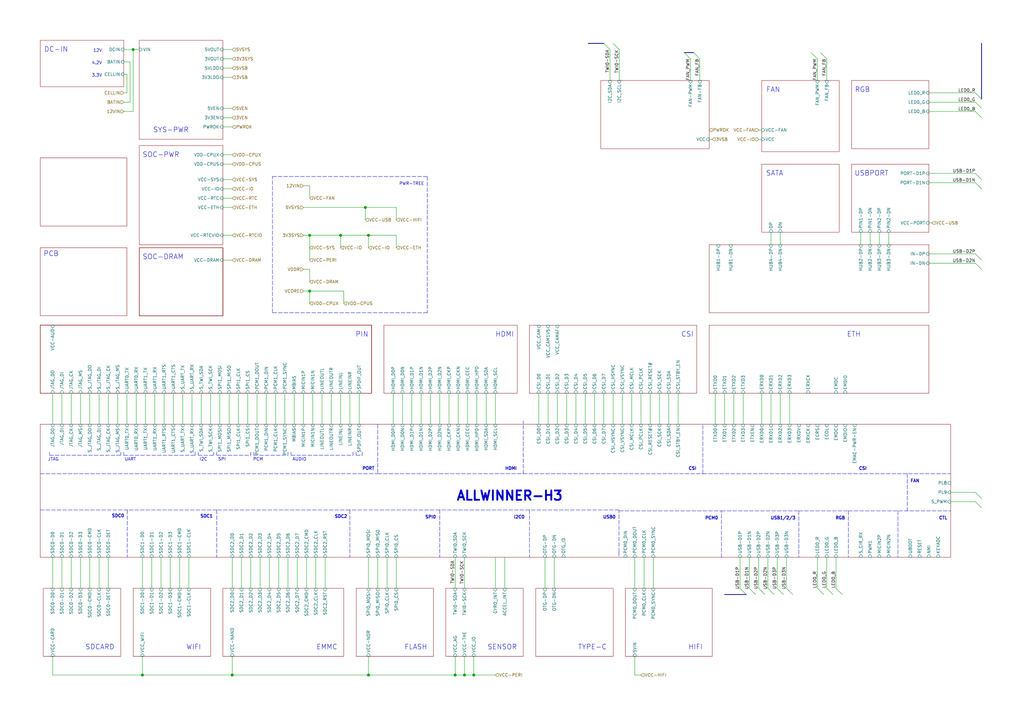
<source format=kicad_sch>
(kicad_sch (version 20210406) (generator eeschema)
  (paper "A3")
  (lib_symbols)
  (junction (at 54.61 20.32) (diameter 1.016))
  (junction (at 58.42 276.86) (diameter 1.016))
  (junction (at 95.25 276.86) (diameter 1.016))
  (junction (at 127 96.52) (diameter 1.016))
  (junction (at 127 119.38) (diameter 1.016))
  (junction (at 139.7 96.52) (diameter 1.016))
  (junction (at 149.86 85.09) (diameter 1.016))
  (junction (at 151.13 96.52) (diameter 1.016))
  (junction (at 151.13 276.86) (diameter 1.016))
  (junction (at 186.69 276.86) (diameter 1.016))
  (junction (at 190.5 276.86) (diameter 1.016))
  (junction (at 194.31 276.86) (diameter 1.016))
  (bus_entry (at 247.65 17.78) (size 2.54 2.54) (stroke (width 0.1524)))
  (bus_entry (at 251.46 17.78) (size 2.54 2.54) (stroke (width 0.1524)))
  (bus_entry (at 280.67 21.59) (size 2.54 2.54) (stroke (width 0.1524)))
  (bus_entry (at 284.48 21.59) (size 2.54 2.54) (stroke (width 0.1524)))
  (bus_entry (at 303.53 241.3) (size 2.54 2.54) (stroke (width 0.1524)))
  (bus_entry (at 307.34 241.3) (size 2.54 2.54) (stroke (width 0.1524)))
  (bus_entry (at 311.15 241.3) (size 2.54 2.54) (stroke (width 0.1524)))
  (bus_entry (at 314.96 241.3) (size 2.54 2.54) (stroke (width 0.1524)))
  (bus_entry (at 318.77 241.3) (size 2.54 2.54) (stroke (width 0.1524)))
  (bus_entry (at 322.58 241.3) (size 2.54 2.54) (stroke (width 0.1524)))
  (bus_entry (at 332.74 21.59) (size 2.54 2.54) (stroke (width 0.1524)))
  (bus_entry (at 335.28 241.3) (size 2.54 2.54) (stroke (width 0.1524)))
  (bus_entry (at 336.55 21.59) (size 2.54 2.54) (stroke (width 0.1524)))
  (bus_entry (at 339.09 241.3) (size 2.54 2.54) (stroke (width 0.1524)))
  (bus_entry (at 342.9 241.3) (size 2.54 2.54) (stroke (width 0.1524)))
  (bus_entry (at 400.05 38.1) (size 2.54 2.54) (stroke (width 0.1524)))
  (bus_entry (at 400.05 41.91) (size 2.54 2.54) (stroke (width 0.1524)))
  (bus_entry (at 400.05 45.72) (size 2.54 2.54) (stroke (width 0.1524)))
  (bus_entry (at 400.05 71.12) (size 2.54 2.54) (stroke (width 0.1524)))
  (bus_entry (at 400.05 74.93) (size 2.54 2.54) (stroke (width 0.1524)))
  (bus_entry (at 400.05 104.14) (size 2.54 2.54) (stroke (width 0.1524)))
  (bus_entry (at 400.05 107.95) (size 2.54 2.54) (stroke (width 0.1524)))
  (bus_entry (at 400.05 201.93) (size 2.54 2.54) (stroke (width 0.1524)))
  (bus_entry (at 400.05 205.74) (size 2.54 2.54) (stroke (width 0.1524)))
  (wire (pts (xy 21.59 161.29) (xy 21.59 173.99)))
  (wire (pts (xy 21.59 228.6) (xy 21.59 241.3)))
  (wire (pts (xy 21.59 276.86) (xy 21.59 269.24)))
  (wire (pts (xy 25.4 161.29) (xy 25.4 173.99)))
  (wire (pts (xy 25.4 228.6) (xy 25.4 241.3)))
  (wire (pts (xy 29.21 161.29) (xy 29.21 173.99)))
  (wire (pts (xy 29.21 228.6) (xy 29.21 241.3)))
  (wire (pts (xy 33.02 161.29) (xy 33.02 173.99)))
  (wire (pts (xy 33.02 228.6) (xy 33.02 241.3)))
  (wire (pts (xy 36.83 161.29) (xy 36.83 173.99)))
  (wire (pts (xy 36.83 228.6) (xy 36.83 241.3)))
  (wire (pts (xy 40.64 161.29) (xy 40.64 173.99)))
  (wire (pts (xy 40.64 228.6) (xy 40.64 241.3)))
  (wire (pts (xy 44.45 161.29) (xy 44.45 173.99)))
  (wire (pts (xy 44.45 228.6) (xy 44.45 241.3)))
  (wire (pts (xy 48.26 161.29) (xy 48.26 173.99)))
  (wire (pts (xy 50.8 20.32) (xy 54.61 20.32)))
  (wire (pts (xy 50.8 25.4) (xy 53.34 25.4)))
  (wire (pts (xy 50.8 30.48) (xy 52.07 30.48)))
  (wire (pts (xy 52.07 30.48) (xy 52.07 38.1)))
  (wire (pts (xy 52.07 38.1) (xy 50.8 38.1)))
  (wire (pts (xy 52.07 161.29) (xy 52.07 173.99)))
  (wire (pts (xy 53.34 25.4) (xy 53.34 41.91)))
  (wire (pts (xy 53.34 41.91) (xy 50.8 41.91)))
  (wire (pts (xy 54.61 20.32) (xy 54.61 45.72)))
  (wire (pts (xy 54.61 20.32) (xy 57.15 20.32)))
  (wire (pts (xy 54.61 45.72) (xy 50.8 45.72)))
  (wire (pts (xy 55.88 161.29) (xy 55.88 173.99)))
  (wire (pts (xy 58.42 228.6) (xy 58.42 241.3)))
  (wire (pts (xy 58.42 276.86) (xy 21.59 276.86)))
  (wire (pts (xy 58.42 276.86) (xy 58.42 269.24)))
  (wire (pts (xy 59.69 161.29) (xy 59.69 173.99)))
  (wire (pts (xy 62.23 228.6) (xy 62.23 241.3)))
  (wire (pts (xy 63.5 161.29) (xy 63.5 173.99)))
  (wire (pts (xy 66.04 228.6) (xy 66.04 241.3)))
  (wire (pts (xy 67.31 161.29) (xy 67.31 173.99)))
  (wire (pts (xy 69.85 228.6) (xy 69.85 241.3)))
  (wire (pts (xy 71.12 161.29) (xy 71.12 173.99)))
  (wire (pts (xy 73.66 228.6) (xy 73.66 241.3)))
  (wire (pts (xy 74.93 161.29) (xy 74.93 173.99)))
  (wire (pts (xy 77.47 228.6) (xy 77.47 241.3)))
  (wire (pts (xy 78.74 161.29) (xy 78.74 173.99)))
  (wire (pts (xy 82.55 161.29) (xy 82.55 173.99)))
  (wire (pts (xy 86.36 161.29) (xy 86.36 173.99)))
  (wire (pts (xy 90.17 161.29) (xy 90.17 173.99)))
  (wire (pts (xy 91.44 20.32) (xy 95.25 20.32)))
  (wire (pts (xy 91.44 24.13) (xy 95.25 24.13)))
  (wire (pts (xy 91.44 27.94) (xy 95.25 27.94)))
  (wire (pts (xy 91.44 31.75) (xy 95.25 31.75)))
  (wire (pts (xy 91.44 44.45) (xy 95.25 44.45)))
  (wire (pts (xy 91.44 48.26) (xy 95.25 48.26)))
  (wire (pts (xy 91.44 52.07) (xy 95.25 52.07)))
  (wire (pts (xy 91.44 63.5) (xy 95.25 63.5)))
  (wire (pts (xy 91.44 67.31) (xy 95.25 67.31)))
  (wire (pts (xy 91.44 73.66) (xy 95.25 73.66)))
  (wire (pts (xy 91.44 77.47) (xy 95.25 77.47)))
  (wire (pts (xy 91.44 81.28) (xy 95.25 81.28)))
  (wire (pts (xy 91.44 85.09) (xy 95.25 85.09)))
  (wire (pts (xy 91.44 106.68) (xy 95.25 106.68)))
  (wire (pts (xy 93.98 161.29) (xy 93.98 173.99)))
  (wire (pts (xy 95.25 96.52) (xy 91.44 96.52)))
  (wire (pts (xy 95.25 228.6) (xy 95.25 241.3)))
  (wire (pts (xy 95.25 276.86) (xy 58.42 276.86)))
  (wire (pts (xy 95.25 276.86) (xy 95.25 269.24)))
  (wire (pts (xy 97.79 161.29) (xy 97.79 173.99)))
  (wire (pts (xy 99.06 228.6) (xy 99.06 241.3)))
  (wire (pts (xy 101.6 161.29) (xy 101.6 173.99)))
  (wire (pts (xy 102.87 228.6) (xy 102.87 241.3)))
  (wire (pts (xy 105.41 161.29) (xy 105.41 173.99)))
  (wire (pts (xy 106.68 228.6) (xy 106.68 241.3)))
  (wire (pts (xy 109.22 161.29) (xy 109.22 173.99)))
  (wire (pts (xy 110.49 228.6) (xy 110.49 241.3)))
  (wire (pts (xy 113.03 161.29) (xy 113.03 173.99)))
  (wire (pts (xy 114.3 228.6) (xy 114.3 241.3)))
  (wire (pts (xy 116.84 161.29) (xy 116.84 173.99)))
  (wire (pts (xy 118.11 228.6) (xy 118.11 241.3)))
  (wire (pts (xy 120.65 161.29) (xy 120.65 173.99)))
  (wire (pts (xy 121.92 228.6) (xy 121.92 241.3)))
  (wire (pts (xy 124.46 76.2) (xy 127 76.2)))
  (wire (pts (xy 124.46 85.09) (xy 149.86 85.09)))
  (wire (pts (xy 124.46 96.52) (xy 127 96.52)))
  (wire (pts (xy 124.46 110.49) (xy 127 110.49)))
  (wire (pts (xy 124.46 119.38) (xy 127 119.38)))
  (wire (pts (xy 124.46 161.29) (xy 124.46 173.99)))
  (wire (pts (xy 125.73 228.6) (xy 125.73 241.3)))
  (wire (pts (xy 127 76.2) (xy 127 81.28)))
  (wire (pts (xy 127 96.52) (xy 127 106.68)))
  (wire (pts (xy 127 96.52) (xy 139.7 96.52)))
  (wire (pts (xy 127 110.49) (xy 127 115.57)))
  (wire (pts (xy 127 119.38) (xy 127 124.46)))
  (wire (pts (xy 127 119.38) (xy 140.97 119.38)))
  (wire (pts (xy 128.27 161.29) (xy 128.27 173.99)))
  (wire (pts (xy 129.54 228.6) (xy 129.54 241.3)))
  (wire (pts (xy 132.08 161.29) (xy 132.08 173.99)))
  (wire (pts (xy 133.35 228.6) (xy 133.35 241.3)))
  (wire (pts (xy 135.89 161.29) (xy 135.89 173.99)))
  (wire (pts (xy 139.7 96.52) (xy 139.7 101.6)))
  (wire (pts (xy 139.7 96.52) (xy 151.13 96.52)))
  (wire (pts (xy 139.7 161.29) (xy 139.7 173.99)))
  (wire (pts (xy 140.97 119.38) (xy 140.97 124.46)))
  (wire (pts (xy 143.51 161.29) (xy 143.51 173.99)))
  (wire (pts (xy 147.32 161.29) (xy 147.32 173.99)))
  (wire (pts (xy 149.86 85.09) (xy 149.86 90.17)))
  (wire (pts (xy 149.86 85.09) (xy 162.56 85.09)))
  (wire (pts (xy 151.13 96.52) (xy 151.13 101.6)))
  (wire (pts (xy 151.13 96.52) (xy 162.56 96.52)))
  (wire (pts (xy 151.13 228.6) (xy 151.13 241.3)))
  (wire (pts (xy 151.13 276.86) (xy 95.25 276.86)))
  (wire (pts (xy 151.13 276.86) (xy 151.13 269.24)))
  (wire (pts (xy 154.94 228.6) (xy 154.94 241.3)))
  (wire (pts (xy 158.75 228.6) (xy 158.75 241.3)))
  (wire (pts (xy 161.29 161.29) (xy 161.29 173.99)))
  (wire (pts (xy 162.56 85.09) (xy 162.56 90.17)))
  (wire (pts (xy 162.56 96.52) (xy 162.56 101.6)))
  (wire (pts (xy 162.56 228.6) (xy 162.56 241.3)))
  (wire (pts (xy 165.1 161.29) (xy 165.1 173.99)))
  (wire (pts (xy 168.91 161.29) (xy 168.91 173.99)))
  (wire (pts (xy 172.72 161.29) (xy 172.72 173.99)))
  (wire (pts (xy 176.53 161.29) (xy 176.53 173.99)))
  (wire (pts (xy 180.34 161.29) (xy 180.34 173.99)))
  (wire (pts (xy 184.15 161.29) (xy 184.15 173.99)))
  (wire (pts (xy 186.69 228.6) (xy 186.69 241.3)))
  (wire (pts (xy 186.69 276.86) (xy 151.13 276.86)))
  (wire (pts (xy 186.69 276.86) (xy 186.69 269.24)))
  (wire (pts (xy 187.96 161.29) (xy 187.96 173.99)))
  (wire (pts (xy 190.5 228.6) (xy 190.5 241.3)))
  (wire (pts (xy 190.5 276.86) (xy 186.69 276.86)))
  (wire (pts (xy 190.5 276.86) (xy 190.5 269.24)))
  (wire (pts (xy 191.77 161.29) (xy 191.77 173.99)))
  (wire (pts (xy 194.31 276.86) (xy 190.5 276.86)))
  (wire (pts (xy 194.31 276.86) (xy 194.31 269.24)))
  (wire (pts (xy 195.58 161.29) (xy 195.58 173.99)))
  (wire (pts (xy 199.39 161.29) (xy 199.39 173.99)))
  (wire (pts (xy 203.2 161.29) (xy 203.2 173.99)))
  (wire (pts (xy 203.2 228.6) (xy 203.2 241.3)))
  (wire (pts (xy 203.2 276.86) (xy 194.31 276.86)))
  (wire (pts (xy 207.01 228.6) (xy 207.01 241.3)))
  (wire (pts (xy 220.98 161.29) (xy 220.98 173.99)))
  (wire (pts (xy 223.52 228.6) (xy 223.52 241.3)))
  (wire (pts (xy 224.79 161.29) (xy 224.79 173.99)))
  (wire (pts (xy 227.33 228.6) (xy 227.33 241.3)))
  (wire (pts (xy 228.6 161.29) (xy 228.6 173.99)))
  (wire (pts (xy 232.41 161.29) (xy 232.41 173.99)))
  (wire (pts (xy 236.22 161.29) (xy 236.22 173.99)))
  (wire (pts (xy 240.03 161.29) (xy 240.03 173.99)))
  (wire (pts (xy 243.84 161.29) (xy 243.84 173.99)))
  (wire (pts (xy 247.65 161.29) (xy 247.65 173.99)))
  (wire (pts (xy 250.19 20.32) (xy 250.19 33.02)))
  (wire (pts (xy 251.46 161.29) (xy 251.46 173.99)))
  (wire (pts (xy 254 20.32) (xy 254 33.02)))
  (wire (pts (xy 255.27 161.29) (xy 255.27 173.99)))
  (wire (pts (xy 259.08 161.29) (xy 259.08 173.99)))
  (wire (pts (xy 260.35 228.6) (xy 260.35 241.3)))
  (wire (pts (xy 260.35 269.24) (xy 260.35 276.86)))
  (wire (pts (xy 260.35 276.86) (xy 262.89 276.86)))
  (wire (pts (xy 262.89 161.29) (xy 262.89 173.99)))
  (wire (pts (xy 264.16 228.6) (xy 264.16 241.3)))
  (wire (pts (xy 266.7 161.29) (xy 266.7 173.99)))
  (wire (pts (xy 267.97 228.6) (xy 267.97 241.3)))
  (wire (pts (xy 270.51 161.29) (xy 270.51 173.99)))
  (wire (pts (xy 274.32 161.29) (xy 274.32 173.99)))
  (wire (pts (xy 278.13 161.29) (xy 278.13 173.99)))
  (wire (pts (xy 283.21 24.13) (xy 283.21 33.02)))
  (wire (pts (xy 287.02 24.13) (xy 287.02 33.02)))
  (wire (pts (xy 290.83 57.15) (xy 292.1 57.15)))
  (wire (pts (xy 293.37 161.29) (xy 293.37 173.99)))
  (wire (pts (xy 297.18 161.29) (xy 297.18 173.99)))
  (wire (pts (xy 300.99 161.29) (xy 300.99 173.99)))
  (wire (pts (xy 303.53 228.6) (xy 303.53 241.3)))
  (wire (pts (xy 304.8 161.29) (xy 304.8 173.99)))
  (wire (pts (xy 307.34 228.6) (xy 307.34 241.3)))
  (wire (pts (xy 311.15 53.34) (xy 312.42 53.34)))
  (wire (pts (xy 311.15 57.15) (xy 312.42 57.15)))
  (wire (pts (xy 311.15 228.6) (xy 311.15 241.3)))
  (wire (pts (xy 312.42 161.29) (xy 312.42 173.99)))
  (wire (pts (xy 314.96 228.6) (xy 314.96 241.3)))
  (wire (pts (xy 316.23 95.25) (xy 316.23 100.33)))
  (wire (pts (xy 316.23 161.29) (xy 316.23 173.99)))
  (wire (pts (xy 318.77 228.6) (xy 318.77 241.3)))
  (wire (pts (xy 320.04 95.25) (xy 320.04 100.33)))
  (wire (pts (xy 320.04 161.29) (xy 320.04 173.99)))
  (wire (pts (xy 322.58 228.6) (xy 322.58 241.3)))
  (wire (pts (xy 323.85 161.29) (xy 323.85 173.99)))
  (wire (pts (xy 335.28 24.13) (xy 335.28 33.02)))
  (wire (pts (xy 335.28 228.6) (xy 335.28 241.3)))
  (wire (pts (xy 339.09 24.13) (xy 339.09 33.02)))
  (wire (pts (xy 339.09 228.6) (xy 339.09 241.3)))
  (wire (pts (xy 342.9 228.6) (xy 342.9 241.3)))
  (wire (pts (xy 353.06 95.25) (xy 353.06 100.33)))
  (wire (pts (xy 356.87 95.25) (xy 356.87 100.33)))
  (wire (pts (xy 360.68 95.25) (xy 360.68 100.33)))
  (wire (pts (xy 364.49 95.25) (xy 364.49 100.33)))
  (wire (pts (xy 381 38.1) (xy 400.05 38.1)))
  (wire (pts (xy 381 41.91) (xy 400.05 41.91)))
  (wire (pts (xy 381 45.72) (xy 400.05 45.72)))
  (wire (pts (xy 381 71.12) (xy 400.05 71.12)))
  (wire (pts (xy 381 74.93) (xy 400.05 74.93)))
  (wire (pts (xy 381 91.44) (xy 382.27 91.44)))
  (wire (pts (xy 381 104.14) (xy 400.05 104.14)))
  (wire (pts (xy 381 107.95) (xy 400.05 107.95)))
  (wire (pts (xy 389.89 201.93) (xy 400.05 201.93)))
  (wire (pts (xy 389.89 205.74) (xy 400.05 205.74)))
  (bus (pts (xy 241.3 17.78) (xy 402.59 17.78)))
  (bus (pts (xy 280.67 21.59) (xy 336.55 21.59)))
  (bus (pts (xy 297.18 243.84) (xy 402.59 243.84)))
  (bus (pts (xy 402.59 17.78) (xy 402.59 243.84)))
  (polyline (pts (xy 16.51 194.31) (xy 154.94 194.31)) (stroke (width 0) (type dash)))
  (polyline (pts (xy 16.51 209.169) (xy 52.197 209.169)) (stroke (width 0) (type dash)))
  (polyline (pts (xy 20.32 185.42) (xy 20.32 186.69)) (stroke (width 0) (type dash)))
  (polyline (pts (xy 20.32 186.69) (xy 49.53 186.69)) (stroke (width 0) (type dash)))
  (polyline (pts (xy 49.53 185.42) (xy 49.53 186.69)) (stroke (width 0) (type dash)))
  (polyline (pts (xy 50.8 185.42) (xy 50.8 186.69)) (stroke (width 0) (type dash)))
  (polyline (pts (xy 50.8 186.69) (xy 80.01 186.69)) (stroke (width 0) (type dash)))
  (polyline (pts (xy 52.197 209.169) (xy 52.197 228.473)) (stroke (width 0) (type dash)))
  (polyline (pts (xy 80.01 185.42) (xy 80.01 186.69)) (stroke (width 0) (type dash)))
  (polyline (pts (xy 81.28 185.42) (xy 81.28 186.69)) (stroke (width 0) (type dash)))
  (polyline (pts (xy 81.28 186.69) (xy 87.63 186.69)) (stroke (width 0) (type dash)))
  (polyline (pts (xy 87.63 186.69) (xy 87.63 185.42)) (stroke (width 0) (type dash)))
  (polyline (pts (xy 88.9 185.42) (xy 88.9 186.69)) (stroke (width 0) (type dash)))
  (polyline (pts (xy 88.9 186.69) (xy 102.87 186.69)) (stroke (width 0) (type dash)))
  (polyline (pts (xy 88.9 209.169) (xy 52.197 209.169)) (stroke (width 0) (type dash)))
  (polyline (pts (xy 88.9 209.169) (xy 88.9 228.6)) (stroke (width 0) (type dash)))
  (polyline (pts (xy 102.87 185.42) (xy 102.87 186.69)) (stroke (width 0) (type dash)))
  (polyline (pts (xy 104.14 185.42) (xy 104.14 186.69)) (stroke (width 0) (type dash)))
  (polyline (pts (xy 104.14 186.69) (xy 118.11 186.69)) (stroke (width 0) (type dash)))
  (polyline (pts (xy 111.76 72.39) (xy 175.26 72.39)) (stroke (width 0) (type dash)))
  (polyline (pts (xy 111.76 128.27) (xy 111.76 72.39)) (stroke (width 0) (type dash)))
  (polyline (pts (xy 118.11 185.42) (xy 118.11 186.69)) (stroke (width 0) (type dash)))
  (polyline (pts (xy 119.38 185.42) (xy 119.38 186.69)) (stroke (width 0) (type dash)))
  (polyline (pts (xy 119.38 186.69) (xy 144.78 186.69)) (stroke (width 0) (type dash)))
  (polyline (pts (xy 143.51 209.169) (xy 88.9 209.169)) (stroke (width 0) (type dash)))
  (polyline (pts (xy 143.51 209.169) (xy 143.51 228.6)) (stroke (width 0) (type dash)))
  (polyline (pts (xy 144.78 185.42) (xy 144.78 186.69)) (stroke (width 0) (type dash)))
  (polyline (pts (xy 146.05 185.42) (xy 146.05 186.69)) (stroke (width 0) (type dash)))
  (polyline (pts (xy 146.05 186.69) (xy 148.59 186.69)) (stroke (width 0) (type dash)))
  (polyline (pts (xy 148.59 186.69) (xy 148.59 185.42)) (stroke (width 0) (type dash)))
  (polyline (pts (xy 154.94 173.99) (xy 154.94 194.31)) (stroke (width 0) (type dash)))
  (polyline (pts (xy 154.94 194.31) (xy 214.63 194.31)) (stroke (width 0) (type dash)))
  (polyline (pts (xy 175.26 72.39) (xy 175.26 128.27)) (stroke (width 0) (type dash)))
  (polyline (pts (xy 175.26 128.27) (xy 111.76 128.27)) (stroke (width 0) (type dash)))
  (polyline (pts (xy 180.34 209.169) (xy 143.51 209.169)) (stroke (width 0) (type dash)))
  (polyline (pts (xy 180.34 209.169) (xy 180.34 228.6)) (stroke (width 0) (type dash)))
  (polyline (pts (xy 214.63 194.31) (xy 214.63 172.72)) (stroke (width 0) (type dash)))
  (polyline (pts (xy 214.63 194.31) (xy 288.29 194.31)) (stroke (width 0) (type dash)))
  (polyline (pts (xy 217.17 209.169) (xy 180.34 209.169)) (stroke (width 0) (type dash)))
  (polyline (pts (xy 217.17 209.169) (xy 217.17 228.6)) (stroke (width 0) (type dash)))
  (polyline (pts (xy 253.873 209.169) (xy 217.17 209.169)) (stroke (width 0) (type dash)))
  (polyline (pts (xy 253.873 226.441) (xy 253.873 209.169)) (stroke (width 0) (type dash)))
  (polyline (pts (xy 253.873 226.441) (xy 253.873 228.473)) (stroke (width 0) (type dash)))
  (polyline (pts (xy 254 209.55) (xy 295.91 209.55)) (stroke (width 0) (type dash)))
  (polyline (pts (xy 288.29 194.31) (xy 288.29 173.99)) (stroke (width 0) (type dash)))
  (polyline (pts (xy 288.29 194.31) (xy 354.33 194.31)) (stroke (width 0) (type dash)))
  (polyline (pts (xy 295.91 209.55) (xy 327.66 209.55)) (stroke (width 0) (type dash)))
  (polyline (pts (xy 295.91 228.6) (xy 295.91 209.55)) (stroke (width 0) (type dash)))
  (polyline (pts (xy 327.66 209.55) (xy 327.66 228.6)) (stroke (width 0) (type dash)))
  (polyline (pts (xy 327.66 209.55) (xy 347.98 209.55)) (stroke (width 0) (type dash)))
  (polyline (pts (xy 347.98 209.55) (xy 347.98 228.6)) (stroke (width 0) (type dash)))
  (polyline (pts (xy 347.98 209.55) (xy 389.89 209.55)) (stroke (width 0) (type dash)))
  (polyline (pts (xy 354.33 194.31) (xy 389.89 194.31)) (stroke (width 0) (type dash)))
  (polyline (pts (xy 368.3 209.55) (xy 368.3 228.6)) (stroke (width 0) (type dash)))
  (polyline (pts (xy 372.11 194.31) (xy 372.11 209.55)) (stroke (width 0) (type dash)))
  (text "PCB\n" (at 24.13 105.41 180) (effects (font (size 2.032 2.032)) (justify right bottom)))
  (text "JTAG\n" (at 24.13 189.23 180) (effects (font (size 1.27 1.27)) (justify right bottom)))
  (text "DC-IN" (at 27.94 21.59 180) (effects (font (size 2.032 2.032)) (justify right bottom)))
  (text "12V" (at 41.91 21.59 180) (effects (font (size 1.27 1.27)) (justify right bottom)))
  (text "4.2V" (at 41.91 26.67 180) (effects (font (size 1.27 1.27)) (justify right bottom)))
  (text "3.3V" (at 41.91 31.75 180) (effects (font (size 1.27 1.27)) (justify right bottom)))
  (text "SDCARD" (at 46.99 266.7 180) (effects (font (size 2.032 2.032)) (justify right bottom)))
  (text "SDC0" (at 51.054 212.471 180) (effects (font (size 1.27 1.27) (thickness 0.254) bold) (justify right bottom)))
  (text "UART" (at 55.88 189.23 180) (effects (font (size 1.27 1.27)) (justify right bottom)))
  (text "SOC-PWR" (at 58.42 64.77 0) (effects (font (size 2.032 2.032)) (justify left bottom)))
  (text "SOC-DRAM\n" (at 58.42 106.68 0) (effects (font (size 2.032 2.032)) (justify left bottom)))
  (text "SYS-PWR" (at 77.47 54.61 180) (effects (font (size 2.032 2.032)) (justify right bottom)))
  (text "WIFI" (at 82.55 266.7 180) (effects (font (size 2.032 2.032)) (justify right bottom)))
  (text "I2C" (at 85.09 189.23 180) (effects (font (size 1.27 1.27)) (justify right bottom)))
  (text "SDC1" (at 87.376 212.598 180) (effects (font (size 1.27 1.27) (thickness 0.254) bold) (justify right bottom)))
  (text "SPI\n" (at 92.71 189.23 180) (effects (font (size 1.27 1.27)) (justify right bottom)))
  (text "PCM" (at 107.95 189.23 180) (effects (font (size 1.27 1.27)) (justify right bottom)))
  (text "AUDIO" (at 125.73 189.23 180) (effects (font (size 1.27 1.27)) (justify right bottom)))
  (text "EMMC" (at 138.43 266.7 180) (effects (font (size 2.032 2.032)) (justify right bottom)))
  (text "SDC2" (at 142.494 212.725 180) (effects (font (size 1.27 1.27) (thickness 0.254) bold) (justify right bottom)))
  (text "PIN" (at 151.13 138.43 180) (effects (font (size 2.032 2.032)) (justify right bottom)))
  (text "PORT" (at 153.67 193.04 180) (effects (font (size 1.27 1.27) (thickness 0.254) bold) (justify right bottom)))
  (text "PWR-TREE" (at 173.99 76.2 180) (effects (font (size 1.27 1.27)) (justify right bottom)))
  (text "FLASH" (at 175.26 266.7 180) (effects (font (size 2.032 2.032)) (justify right bottom)))
  (text "SPI0" (at 178.943 212.979 180) (effects (font (size 1.27 1.27) (thickness 0.254) bold) (justify right bottom)))
  (text "HDMI" (at 210.82 138.43 180) (effects (font (size 2.032 2.032)) (justify right bottom)))
  (text "HDMI\n" (at 212.09 193.04 180) (effects (font (size 1.27 1.27) (thickness 0.254) bold) (justify right bottom)))
  (text "SENSOR" (at 212.09 266.7 180) (effects (font (size 2.032 2.032)) (justify right bottom)))
  (text "I2C0" (at 215.265 212.979 180) (effects (font (size 1.27 1.27) (thickness 0.254) bold) (justify right bottom)))
  (text "ALLWINNER-H3" (at 231.14 205.74 180) (effects (font (size 3.81 3.81) (thickness 0.762) bold) (justify right bottom)))
  (text "TYPE-C" (at 248.92 266.7 180) (effects (font (size 2.032 2.032)) (justify right bottom)))
  (text "USB0" (at 252.603 212.979 180) (effects (font (size 1.27 1.27) (thickness 0.254) bold) (justify right bottom)))
  (text "CSI" (at 284.48 138.43 180) (effects (font (size 2.032 2.032)) (justify right bottom)))
  (text "CSI\n" (at 285.75 193.04 180) (effects (font (size 1.27 1.27) (thickness 0.254) bold) (justify right bottom)))
  (text "HIFI" (at 288.29 266.7 180) (effects (font (size 2.032 2.032)) (justify right bottom)))
  (text "PCM0" (at 294.64 213.36 180) (effects (font (size 1.27 1.27) (thickness 0.254) bold) (justify right bottom)))
  (text "FAN" (at 320.04 38.1 180) (effects (font (size 2.032 2.032)) (justify right bottom)))
  (text "SATA" (at 321.31 72.39 180) (effects (font (size 2.032 2.032)) (justify right bottom)))
  (text "USB1/2/3" (at 326.39 213.36 180) (effects (font (size 1.27 1.27) (thickness 0.254) bold) (justify right bottom)))
  (text "RGB\n" (at 346.71 213.36 180) (effects (font (size 1.27 1.27) (thickness 0.254) bold) (justify right bottom)))
  (text "ETH" (at 353.06 138.43 180) (effects (font (size 2.032 2.032)) (justify right bottom)))
  (text "CSI\n" (at 355.6 193.04 180) (effects (font (size 1.27 1.27) (thickness 0.254) bold) (justify right bottom)))
  (text "RGB" (at 356.87 38.1 180) (effects (font (size 2.032 2.032)) (justify right bottom)))
  (text "USBPORT" (at 364.49 72.39 180) (effects (font (size 2.032 2.032)) (justify right bottom)))
  (text "FAN" (at 377.19 198.12 180) (effects (font (size 1.27 1.27) (thickness 0.254) bold) (justify right bottom)))
  (text "CTL\n" (at 388.62 213.36 180) (effects (font (size 1.27 1.27) (thickness 0.254) bold) (justify right bottom)))
  (label "TWI0-SDA" (at 186.69 229.87 270))
  (label "TWI0-SCK" (at 190.5 229.87 270))
  (label "TWI0-SDA" (at 250.19 20.32 270))
  (label "TWI0-SCK" (at 254 20.32 270))
  (label "FAN_PWM" (at 283.21 24.13 270))
  (label "FAN_FB" (at 287.02 24.13 270))
  (label "USB-D1P" (at 303.53 232.41 270))
  (label "USB-D1N" (at 307.34 232.41 270))
  (label "USB-D2P" (at 311.15 232.41 270))
  (label "USB-D2N" (at 314.96 232.41 270))
  (label "USB-D3P" (at 318.77 232.41 270))
  (label "USB-D3N" (at 322.58 232.41 270))
  (label "FAN_PWM" (at 335.28 24.13 270))
  (label "LED0_R" (at 335.28 241.3 90))
  (label "FAN_FB" (at 339.09 24.13 270))
  (label "LED0_G" (at 339.09 241.3 90))
  (label "LED0_B" (at 342.9 241.3 90))
  (label "LED0_R" (at 400.05 38.1 180))
  (label "LED0_G" (at 400.05 41.91 180))
  (label "LED0_B" (at 400.05 45.72 180))
  (label "USB-D1P" (at 400.05 71.12 180))
  (label "USB-D1N" (at 400.05 74.93 180))
  (label "USB-D2P" (at 400.05 104.14 180))
  (label "USB-D2N" (at 400.05 107.95 180))
  (hierarchical_label "CELLIN" (shape input) (at 50.8 38.1 180))
  (hierarchical_label "BATIN" (shape input) (at 50.8 41.91 180))
  (hierarchical_label "12VIN" (shape input) (at 50.8 45.72 180))
  (hierarchical_label "5VSYS" (shape input) (at 95.25 20.32 0))
  (hierarchical_label "3V3SYS" (shape input) (at 95.25 24.13 0))
  (hierarchical_label "5VSB" (shape input) (at 95.25 27.94 0))
  (hierarchical_label "3VSB" (shape input) (at 95.25 31.75 0))
  (hierarchical_label "5VEN" (shape input) (at 95.25 44.45 0))
  (hierarchical_label "3VEN" (shape input) (at 95.25 48.26 0))
  (hierarchical_label "PWROK" (shape input) (at 95.25 52.07 0))
  (hierarchical_label "VDD-CPUX" (shape input) (at 95.25 63.5 0))
  (hierarchical_label "VDD-CPUS" (shape input) (at 95.25 67.31 0))
  (hierarchical_label "VCC-SYS" (shape input) (at 95.25 73.66 0))
  (hierarchical_label "VCC-IO" (shape input) (at 95.25 77.47 0))
  (hierarchical_label "VCC-RTC" (shape input) (at 95.25 81.28 0))
  (hierarchical_label "VCC-ETH" (shape input) (at 95.25 85.09 0))
  (hierarchical_label "VCC-RTCIO" (shape input) (at 95.25 96.52 0))
  (hierarchical_label "VCC-DRAM" (shape input) (at 95.25 106.68 0))
  (hierarchical_label "12VIN" (shape input) (at 124.46 76.2 180))
  (hierarchical_label "5VSYS" (shape input) (at 124.46 85.09 180))
  (hierarchical_label "3V3SYS" (shape input) (at 124.46 96.52 180))
  (hierarchical_label "VDDR" (shape input) (at 124.46 110.49 180))
  (hierarchical_label "VCORE" (shape input) (at 124.46 119.38 180))
  (hierarchical_label "VCC-FAN" (shape input) (at 127 81.28 0))
  (hierarchical_label "VCC-SYS" (shape input) (at 127 101.6 0))
  (hierarchical_label "VCC-PERI" (shape input) (at 127 106.68 0))
  (hierarchical_label "VCC-DRAM" (shape input) (at 127 115.57 0))
  (hierarchical_label "VDD-CPUX" (shape input) (at 127 124.46 0))
  (hierarchical_label "VCC-IO" (shape input) (at 139.7 101.6 0))
  (hierarchical_label "VDD-CPUS" (shape input) (at 140.97 124.46 0))
  (hierarchical_label "VCC-USB" (shape input) (at 149.86 90.17 0))
  (hierarchical_label "VCC-IO" (shape input) (at 151.13 101.6 0))
  (hierarchical_label "VCC-HIFI" (shape input) (at 162.56 90.17 0))
  (hierarchical_label "VCC-ETH" (shape input) (at 162.56 101.6 0))
  (hierarchical_label "VCC-PERI" (shape input) (at 203.2 276.86 0))
  (hierarchical_label "VCC-HIFI" (shape input) (at 262.89 276.86 0))
  (hierarchical_label "PWROK" (shape input) (at 290.83 53.34 0))
  (hierarchical_label "3VSB" (shape input) (at 292.1 57.15 0))
  (hierarchical_label "VCC-FAN" (shape input) (at 311.15 53.34 180))
  (hierarchical_label "VCC-IO" (shape input) (at 311.15 57.15 180))
  (hierarchical_label "VCC-USB" (shape input) (at 382.27 91.44 0))
  (sheet (at 256.54 241.3) (size 35.56 27.94) (stroke (width 0.001))
    (property "图框名称" "AUDIO" (effects hide))
    (property "图框文件" "AUDIO.kicad_sch" (effects hide))
    (pin "PCM0_SYNC" input (at 267.97 241.3 90))
    (pin "PCM0_DOUT" input (at 260.35 241.3 90))
    (pin "PCM0_CLK" input (at 264.16 241.3 90))
    (pin "5VIN" input (at 260.35 269.24 270))
  )
  (sheet (at 217.17 133.35) (size 68.58 27.94) (stroke (width 0.001))
    (property "图框名称" "CSI" (effects hide))
    (property "图框文件" "CSI.kicad_sch" (effects hide))
    (pin "CSI_D4" input (at 236.22 161.29 270))
    (pin "CSI_D3" input (at 232.41 161.29 270))
    (pin "CSI_D5" input (at 240.03 161.29 270))
    (pin "CSI_D6" input (at 243.84 161.29 270))
    (pin "CSI_D2" input (at 228.6 161.29 270))
    (pin "CSI_VSYNC" input (at 255.27 161.29 270))
    (pin "CSI_D1" input (at 224.79 161.29 270))
    (pin "CSI_D0" input (at 220.98 161.29 270))
    (pin "CSI_MCLK" input (at 259.08 161.29 270))
    (pin "CSI_HSYNC" input (at 251.46 161.29 270))
    (pin "CSI_PCLK" input (at 262.89 161.29 270))
    (pin "CSI_RESET#" input (at 266.7 161.29 270))
    (pin "CSI_D7" input (at 247.65 161.29 270))
    (pin "CSI_SCK" input (at 270.51 161.29 270))
    (pin "CSI_SDA" input (at 274.32 161.29 270))
    (pin "CSI_STBY_EN" input (at 278.13 161.29 270))
    (pin "VCC_CAMAF" input (at 228.6 133.35 90))
    (pin "VCC_CAM" input (at 220.98 133.35 90))
    (pin "VCC_CAM1V5" input (at 224.79 133.35 90))
  )
  (sheet (at 16.51 16.51) (size 34.29 19.05) (stroke (width 0.0006))
    (property "图框名称" "DCIN" (effects hide))
    (property "图框文件" "DCIN.kicad_sch" (effects hide))
    (pin "BATIN" input (at 50.8 25.4 0))
    (pin "DCIN" input (at 50.8 20.32 0))
    (pin "CELLIN" input (at 50.8 30.48 0))
  )
  (sheet (at 57.15 101.6) (size 34.29 27.94)
    (property "图框名称" "DRAM" (effects hide))
    (property "图框文件" "DRAM.kicad_sch" (effects hide))
    (pin "VCC-DRAM" input (at 91.44 106.68 0))
  )
  (sheet (at 246.38 33.02) (size 44.45 27.94) (stroke (width 0.0006))
    (property "图框名称" "EC" (effects hide))
    (property "图框文件" "EC.kicad_sch" (effects hide))
    (pin "VCC" input (at 290.83 57.15 0))
    (pin "I2C_SCL" input (at 254 33.02 90))
    (pin "I2C_SDA" input (at 250.19 33.02 90))
    (pin "FAN-PWM" input (at 283.21 33.02 90))
    (pin "FAN-FB" input (at 287.02 33.02 90))
  )
  (sheet (at 91.44 241.3) (size 49.53 27.94) (stroke (width 0.0006))
    (property "图框名称" "EMMC" (effects hide))
    (property "图框文件" "EMMC.kicad_sch" (effects hide))
    (pin "VCC-NAND" input (at 95.25 269.24 270))
    (pin "SDC2_D0" input (at 95.25 241.3 90))
    (pin "SDC2_D2" input (at 102.87 241.3 90))
    (pin "SDC2_D1" input (at 99.06 241.3 90))
    (pin "SDC2_CLK" input (at 129.54 241.3 90))
    (pin "SDC2_D5" input (at 114.3 241.3 90))
    (pin "SDC2_D7" input (at 121.92 241.3 90))
    (pin "SDC2_CMD" input (at 125.73 241.3 90))
    (pin "SDC2_D6" input (at 118.11 241.3 90))
    (pin "SDC2_RST" input (at 133.35 241.3 90))
    (pin "SDC2_D3" input (at 106.68 241.3 90))
    (pin "SDC2_D4" input (at 110.49 241.3 90))
  )
  (sheet (at 146.05 241.3) (size 31.75 27.94) (stroke (width 0.001))
    (property "图框名称" "FLASH" (effects hide))
    (property "图框文件" "FLASH.kicad_sch" (effects hide))
    (pin "SPI0_MOSI" input (at 151.13 241.3 90))
    (pin "SPI0_CLK" input (at 158.75 241.3 90))
    (pin "SPI0_MISO" input (at 154.94 241.3 90))
    (pin "VCC-NOR" input (at 151.13 269.24 270))
    (pin "SPI0_CS" input (at 162.56 241.3 90))
  )
  (sheet (at 290.83 133.35) (size 90.17 27.94) (stroke (width 0.001))
    (property "图框名称" "GMAC" (effects hide))
    (property "图框文件" "GMAC.kicad_sch" (effects hide))
    (pin "EMDIO" input (at 346.71 161.29 270))
    (pin "EMDC" input (at 342.9 161.29 270))
    (pin "ETXD3" input (at 304.8 161.29 270))
    (pin "ETXD2" input (at 300.99 161.29 270))
    (pin "ETXD0" input (at 293.37 161.29 270))
    (pin "ETXD1" input (at 297.18 161.29 270))
    (pin "ERXD0" input (at 312.42 161.29 270))
    (pin "ERXD1" input (at 316.23 161.29 270))
    (pin "ERXD2" input (at 320.04 161.29 270))
    (pin "ERXD3" input (at 323.85 161.29 270))
    (pin "ERXCK" input (at 331.47 161.29 270))
  )
  (sheet (at 157.48 133.35) (size 54.61 27.94) (stroke (width 0.001))
    (property "图框名称" "HDMI" (effects hide))
    (property "图框文件" "HDMI.kicad_sch" (effects hide))
    (pin "HDMI_D2P" input (at 176.53 161.29 270))
    (pin "HDMI_D1N" input (at 172.72 161.29 270))
    (pin "HDMI_D2N" input (at 180.34 161.29 270))
    (pin "HDMI_D0P" input (at 161.29 161.29 270))
    (pin "HDMI_D1P" input (at 168.91 161.29 270))
    (pin "HDMI_D0N" input (at 165.1 161.29 270))
    (pin "HDMI_CKP" input (at 184.15 161.29 270))
    (pin "HDMI_HPD" input (at 195.58 161.29 270))
    (pin "HDMI_CEC" input (at 191.77 161.29 270))
    (pin "HDMI_SDA" input (at 199.39 161.29 270))
    (pin "HDMI_CKN" input (at 187.96 161.29 270))
    (pin "HDMI_SCL" input (at 203.2 161.29 270))
  )
  (sheet (at 16.51 101.6) (size 35.56 27.94) (stroke (width 0.0006))
    (property "图框名称" "PCB" (effects hide))
    (property "图框文件" "PCB.kicad_sch" (effects hide))
  )
  (sheet (at 16.51 64.77) (size 35.56 27.94) (stroke (width 0.001))
    (property "图框名称" "PM" (effects hide))
    (property "图框文件" "PM.kicad_sch" (effects hide))
  )
  (sheet (at 16.51 133.35) (size 135.89 27.94)
    (property "图框名称" "PORT" (effects hide))
    (property "图框文件" "PORT.kicad_sch" (effects hide))
    (pin "S_UART_RX" input (at 78.74 161.29 270))
    (pin "S_UART_TX" input (at 74.93 161.29 270))
    (pin "S_TWI_SCK" input (at 86.36 161.29 270))
    (pin "UART1_RTS" input (at 67.31 161.29 270))
    (pin "UART1_RX" input (at 63.5 161.29 270))
    (pin "UART1_TX" input (at 59.69 161.29 270))
    (pin "UART1_CTS" input (at 71.12 161.29 270))
    (pin "S_TWI_SDA" input (at 82.55 161.29 270))
    (pin "PCM1_DIN" input (at 109.22 161.29 270))
    (pin "PCM1_SYNC" input (at 116.84 161.29 270))
    (pin "PCM1_CLK" input (at 113.03 161.29 270))
    (pin "PCM1_DOUT" input (at 105.41 161.29 270))
    (pin "SPI1_MISO" input (at 93.98 161.29 270))
    (pin "SPDIF_OUT" input (at 147.32 161.29 270))
    (pin "SPI1_MOSI" input (at 90.17 161.29 270))
    (pin "SPI1_CLK" input (at 97.79 161.29 270))
    (pin "SPI1_CS" input (at 101.6 161.29 270))
    (pin "MICIN1P" input (at 124.46 161.29 270))
    (pin "MBIAS" input (at 120.65 161.29 270))
    (pin "MICIN1N" input (at 128.27 161.29 270))
    (pin "LINEOUTL" input (at 132.08 161.29 270))
    (pin "LINEOUTR" input (at 135.89 161.29 270))
    (pin "LINEINL" input (at 139.7 161.29 270))
    (pin "LINEINR" input (at 143.51 161.29 270))
    (pin "S_JTAG_MS" input (at 48.26 161.29 270))
    (pin "S_JTAG_DO" input (at 36.83 161.29 270))
    (pin "S_JTAG_CK" input (at 44.45 161.29 270))
    (pin "S_JTAG_DI" input (at 40.64 161.29 270))
    (pin "JTAG_DO" input (at 21.59 161.29 270))
    (pin "JTAG_MS" input (at 33.02 161.29 270))
    (pin "JTAG_CK" input (at 29.21 161.29 270))
    (pin "JTAG_DI" input (at 25.4 161.29 270))
    (pin "VCC-AUD" input (at 21.59 133.35 90))
    (pin "UART0_RX" input (at 55.88 161.29 270))
    (pin "UART0_TX" input (at 52.07 161.29 270))
  )
  (sheet (at 57.15 16.51) (size 34.29 40.64) (stroke (width 0.0006))
    (property "图框名称" "POWER-SYS" (effects hide))
    (property "图框文件" "POWER-SYS.kicad_sch" (effects hide))
    (pin "5VOUT" input (at 91.44 20.32 0))
    (pin "3V3EN" input (at 91.44 48.26 0))
    (pin "PWROK" input (at 91.44 52.07 0))
    (pin "VIN" input (at 57.15 20.32 180))
    (pin "5VEN" input (at 91.44 44.45 0))
    (pin "3V3LDO" input (at 91.44 31.75 0))
    (pin "5VLDO" input (at 91.44 27.94 0))
    (pin "3VOUT" input (at 91.44 24.13 0))
  )
  (sheet (at 349.25 33.02) (size 31.75 27.94) (stroke (width 0.0006))
    (property "图框名称" "RGB" (effects hide))
    (property "图框文件" "RGB.kicad_sch" (effects hide))
    (pin "LED0_G" input (at 381 41.91 0))
    (pin "LED0_B" input (at 381 45.72 0))
    (pin "LED0_R" input (at 381 38.1 0))
  )
  (sheet (at 312.42 67.31) (size 31.75 27.94) (stroke (width 0.0006))
    (property "图框名称" "SATA" (effects hide))
    (property "图框文件" "SATA.kicad_sch" (effects hide))
    (pin "DP" input (at 316.23 95.25 270))
    (pin "DN" input (at 320.04 95.25 270))
  )
  (sheet (at 17.78 241.3) (size 31.75 27.94) (stroke (width 0.0006))
    (property "图框名称" "SDCARD" (effects hide))
    (property "图框文件" "SDCARD.kicad_sch" (effects hide))
    (pin "SDC0-D1" input (at 25.4 241.3 90))
    (pin "SDC0-DET" input (at 44.45 241.3 90))
    (pin "SDC0-D3" input (at 33.02 241.3 90))
    (pin "SDC0-CMD" input (at 36.83 241.3 90))
    (pin "SDC0-D2" input (at 29.21 241.3 90))
    (pin "SDC0-D0" input (at 21.59 241.3 90))
    (pin "SDC0-CLK" input (at 40.64 241.3 90))
    (pin "VCC-CARD" input (at 21.59 269.24 270))
  )
  (sheet (at 182.88 241.3) (size 31.75 27.94) (stroke (width 0.001))
    (property "图框名称" "SENSOR" (effects hide))
    (property "图框文件" "SENSOR.kicad_sch" (effects hide))
    (pin "GYRO_INT" input (at 203.2 241.3 90))
    (pin "ACCEL_INT" input (at 207.01 241.3 90))
    (pin "VCC_IO" input (at 194.31 269.24 270))
    (pin "VCC_AG" input (at 186.69 269.24 270))
    (pin "TWI0-SDA" input (at 186.69 241.3 90))
    (pin "TWI0-SCK" input (at 190.5 241.3 90))
    (pin "VCC-THE" input (at 190.5 269.24 270))
  )
  (sheet (at 16.51 173.99) (size 373.38 54.61) (stroke (width 0.001))
    (property "图框名称" "SOC" (effects hide))
    (property "图框文件" "SOC.kicad_sch" (effects hide))
    (pin "OTG-DN" input (at 227.33 228.6 270))
    (pin "OTG-DP" input (at 223.52 228.6 270))
    (pin "USB-D1N" input (at 307.34 228.6 270))
    (pin "USB-D1P" input (at 303.53 228.6 270))
    (pin "UART1_CTS" input (at 71.12 173.99 90))
    (pin "PCM1_DIN" input (at 109.22 173.99 90))
    (pin "PCM1_DOUT" input (at 105.41 173.99 90))
    (pin "PCM1_CLK" input (at 113.03 173.99 90))
    (pin "PCM1_SYNC" input (at 116.84 173.99 90))
    (pin "S_CIR_RX" input (at 353.06 228.6 270))
    (pin "UBOOT" input (at 373.38 228.6 270))
    (pin "NMI" input (at 381 228.6 270))
    (pin "RESET" input (at 377.19 228.6 270))
    (pin "KEYADC" input (at 384.81 228.6 270))
    (pin "USB-D2N" input (at 314.96 228.6 270))
    (pin "USB-D2P" input (at 311.15 228.6 270))
    (pin "USB-D3N" input (at 322.58 228.6 270))
    (pin "USB-D3P" input (at 318.77 228.6 270))
    (pin "CSI_PCLK" input (at 262.89 173.99 90))
    (pin "CSI_D0" input (at 220.98 173.99 90))
    (pin "CSI_HSYNC" input (at 251.46 173.99 90))
    (pin "CSI_VSYNC" input (at 255.27 173.99 90))
    (pin "CSI_MCLK" input (at 259.08 173.99 90))
    (pin "CSI_STBY_EN" input (at 278.13 173.99 90))
    (pin "CSI_SDA" input (at 274.32 173.99 90))
    (pin "CSI_RESET#" input (at 266.7 173.99 90))
    (pin "CSI_SCK" input (at 270.51 173.99 90))
    (pin "CSI_D2" input (at 228.6 173.99 90))
    (pin "CSI_D1" input (at 224.79 173.99 90))
    (pin "CSI_D3" input (at 232.41 173.99 90))
    (pin "CSI_D5" input (at 240.03 173.99 90))
    (pin "CSI_D6" input (at 243.84 173.99 90))
    (pin "CSI_D4" input (at 236.22 173.99 90))
    (pin "CSI_D7" input (at 247.65 173.99 90))
    (pin "S_UART_TX" input (at 74.93 173.99 90))
    (pin "S_TWI_SDA" input (at 82.55 173.99 90))
    (pin "S_TWI_SCK" input (at 86.36 173.99 90))
    (pin "S_UART_RX" input (at 78.74 173.99 90))
    (pin "S_JTAG_DI" input (at 40.64 173.99 90))
    (pin "S_JTAG_MS" input (at 48.26 173.99 90))
    (pin "S_JTAG_CK" input (at 44.45 173.99 90))
    (pin "S_JTAG_DO" input (at 36.83 173.99 90))
    (pin "S_PWM" input (at 389.89 205.74 0))
    (pin "PL9" input (at 389.89 201.93 0))
    (pin "PL8" input (at 389.89 198.12 0))
    (pin "MBIAS" input (at 120.65 173.99 90))
    (pin "MICIN1P" input (at 124.46 173.99 90))
    (pin "MICIN1N" input (at 128.27 173.99 90))
    (pin "MICIN2P" input (at 360.68 228.6 270))
    (pin "MICIN2N" input (at 364.49 228.6 270))
    (pin "LINEOUTL" input (at 132.08 173.99 90))
    (pin "LINEOUTR" input (at 135.89 173.99 90))
    (pin "LINEINL" input (at 139.7 173.99 90))
    (pin "LINEINR" input (at 143.51 173.99 90))
    (pin "HDMI_D0P" input (at 161.29 173.99 90))
    (pin "HDMI_D0N" input (at 165.1 173.99 90))
    (pin "HDMI_D1P" input (at 168.91 173.99 90))
    (pin "HDMI_D1N" input (at 172.72 173.99 90))
    (pin "HDMI_D2P" input (at 176.53 173.99 90))
    (pin "HDMI_D2N" input (at 180.34 173.99 90))
    (pin "HDMI_CKP" input (at 184.15 173.99 90))
    (pin "HDMI_CKN" input (at 187.96 173.99 90))
    (pin "HDMI_HPD" input (at 195.58 173.99 90))
    (pin "HDMI_CEC" input (at 191.77 173.99 90))
    (pin "HDMI_SDA" input (at 199.39 173.99 90))
    (pin "HDMI_SCL" input (at 203.2 173.99 90))
    (pin "SDC1-CMD" input (at 73.66 228.6 270))
    (pin "SDC1-CLK" input (at 77.47 228.6 270))
    (pin "SDC0-DET" input (at 44.45 228.6 270))
    (pin "SDC1-D0" input (at 58.42 228.6 270))
    (pin "SDC1-D1" input (at 62.23 228.6 270))
    (pin "SDC1-D2" input (at 66.04 228.6 270))
    (pin "UART1_RTS" input (at 67.31 173.99 90))
    (pin "UART1_RX" input (at 63.5 173.99 90))
    (pin "UART1_TX" input (at 59.69 173.99 90))
    (pin "SDC1-D3" input (at 69.85 228.6 270))
    (pin "SDC0-CLK" input (at 40.64 228.6 270))
    (pin "SDC0-D2" input (at 29.21 228.6 270))
    (pin "SDC0-D1" input (at 25.4 228.6 270))
    (pin "SDC0-CMD" input (at 36.83 228.6 270))
    (pin "SDC0-D0" input (at 21.59 228.6 270))
    (pin "SDC0-D3" input (at 33.02 228.6 270))
    (pin "JTAG_MS" input (at 33.02 173.99 90))
    (pin "SDC2_D2" input (at 102.87 228.6 270))
    (pin "SDC2_D1" input (at 99.06 228.6 270))
    (pin "SDC2_D4" input (at 110.49 228.6 270))
    (pin "SDC2_D0" input (at 95.25 228.6 270))
    (pin "SDC2_D3" input (at 106.68 228.6 270))
    (pin "SDC2_D7" input (at 121.92 228.6 270))
    (pin "ECOL" input (at 339.09 173.99 90))
    (pin "EMDC" input (at 342.9 173.99 90))
    (pin "ETXEN" input (at 308.61 173.99 90))
    (pin "EMDIO" input (at 346.71 173.99 90))
    (pin "ETXD0" input (at 293.37 173.99 90))
    (pin "ETXD2" input (at 300.99 173.99 90))
    (pin "ECRS" input (at 335.28 173.99 90))
    (pin "ETXD1" input (at 297.18 173.99 90))
    (pin "ERXD1" input (at 316.23 173.99 90))
    (pin "ERXD2" input (at 320.04 173.99 90))
    (pin "ERXD0" input (at 312.42 173.99 90))
    (pin "ERXCK" input (at 331.47 173.99 90))
    (pin "ERXD3" input (at 323.85 173.99 90))
    (pin "ERXDV" input (at 327.66 173.99 90))
    (pin "EMAC-PWR-EN" input (at 350.52 173.99 90))
    (pin "ETXD3" input (at 304.8 173.99 90))
    (pin "SDC2_D5" input (at 114.3 228.6 270))
    (pin "SDC2_D6" input (at 118.11 228.6 270))
    (pin "SDC2_RST" input (at 133.35 228.6 270))
    (pin "TWI0_SCK" input (at 190.5 228.6 270))
    (pin "SPI1_CS" input (at 101.6 173.99 90))
    (pin "LED0_B" input (at 342.9 228.6 270))
    (pin "SPI1_CLK" input (at 97.79 173.99 90))
    (pin "OTG_ID" input (at 231.14 228.6 270))
    (pin "TWI0_SDA" input (at 186.69 228.6 270))
    (pin "JTAG_DI" input (at 25.4 173.99 90))
    (pin "UART0_RX" input (at 55.88 173.99 90))
    (pin "UART0_TX" input (at 52.07 173.99 90))
    (pin "JTAG_DO" input (at 21.59 173.99 90))
    (pin "JTAG_CK" input (at 29.21 173.99 90))
    (pin "LED0_G" input (at 339.09 228.6 270))
    (pin "PWM1" input (at 356.87 228.6 270))
    (pin "LED0_R" input (at 335.28 228.6 270))
    (pin "PCM0_DIN" input (at 256.54 228.6 270))
    (pin "PCM0_SYNC" input (at 267.97 228.6 270))
    (pin "PCM0_DOUT" input (at 260.35 228.6 270))
    (pin "PCM0_CLK" input (at 264.16 228.6 270))
    (pin "SPDIF_OUT" input (at 147.32 173.99 90))
    (pin "SPI1_MOSI" input (at 90.17 173.99 90))
    (pin "SPI1_MISO" input (at 93.98 173.99 90))
    (pin "SDC2_CMD" input (at 125.73 228.6 270))
    (pin "SPI0_CLK" input (at 158.75 228.6 270))
    (pin "SDC2_CLK" input (at 129.54 228.6 270))
    (pin "SPI0_CS" input (at 162.56 228.6 270))
    (pin "SPI0_MISO" input (at 154.94 228.6 270))
    (pin "SPI0_MOSI" input (at 151.13 228.6 270))
  )
  (sheet (at 57.15 59.69) (size 34.29 40.64) (stroke (width 0.0006))
    (property "图框名称" "SOC-PWR" (effects hide))
    (property "图框文件" "SOC-PWR.kicad_sch" (effects hide))
    (pin "VDD-CPUX" input (at 91.44 63.5 0))
    (pin "VDD-CPUS" input (at 91.44 67.31 0))
    (pin "VCC-IO" input (at 91.44 77.47 0))
    (pin "VCC-SYS" input (at 91.44 73.66 0))
    (pin "VCC-RTC" input (at 91.44 81.28 0))
    (pin "VCC-RTCVIO" input (at 91.44 96.52 0))
    (pin "VCC-ETH" input (at 91.44 85.09 0))
  )
  (sheet (at 219.71 241.3) (size 31.75 27.94) (stroke (width 0.0006))
    (property "图框名称" "TYPE-C" (effects hide))
    (property "图框文件" "TYPE-C.kicad_sch" (effects hide))
    (pin "OTG-DP" input (at 223.52 241.3 90))
    (pin "OTG-DN" input (at 227.33 241.3 90))
  )
  (sheet (at 290.83 100.33) (size 90.17 27.94) (stroke (width 0.0006))
    (property "图框名称" "USB" (effects hide))
    (property "图框文件" "USB.kicad_sch" (effects hide))
    (pin "HUB2-DN" input (at 356.87 100.33 90))
    (pin "IN-DP" input (at 381 104.14 0))
    (pin "IN-DN" input (at 381 107.95 0))
    (pin "HUB1-DP" input (at 294.64 100.33 90))
    (pin "HUB1-DN" input (at 299.72 100.33 90))
    (pin "HUB2-DP" input (at 353.06 100.33 90))
    (pin "HUB3-DN" input (at 364.49 100.33 90))
    (pin "HUB3-DP" input (at 360.68 100.33 90))
    (pin "HUB4-DP" input (at 316.23 100.33 90))
    (pin "HUB4-DN" input (at 320.04 100.33 90))
  )
  (sheet (at 349.25 67.31) (size 31.75 27.94) (stroke (width 0.001))
    (property "图框名称" "USBPORT" (effects hide))
    (property "图框文件" "USBPORT.kicad_sch" (effects hide))
    (pin "PIN2-DP" input (at 360.68 95.25 270))
    (pin "PIN2-DN" input (at 364.49 95.25 270))
    (pin "PIN1-DN" input (at 356.87 95.25 270))
    (pin "PIN1-DP" input (at 353.06 95.25 270))
    (pin "PORT-D1P" input (at 381 71.12 0))
    (pin "PORT-D1N" input (at 381 74.93 0))
    (pin "VCC-PORT" input (at 381 91.44 0))
  )
  (sheet (at 54.61 241.3) (size 31.75 27.94) (stroke (width 0.001))
    (property "图框名称" "WIFI" (effects hide))
    (property "图框文件" "WIFI.kicad_sch" (effects hide))
    (pin "SDC1-D2" input (at 66.04 241.3 90))
    (pin "SDC1-D1" input (at 62.23 241.3 90))
    (pin "SDC1-CLK" input (at 77.47 241.3 90))
    (pin "SDC1-D0" input (at 58.42 241.3 90))
    (pin "SDC1-CMD" input (at 73.66 241.3 90))
    (pin "SDC1-D3" input (at 69.85 241.3 90))
    (pin "VCC_WIFI" input (at 58.42 269.24 270))
  )
  (sheet (at 312.42 33.02) (size 31.75 29.21) (stroke (width 0.0006))
    (property "图框名称" "fan" (effects hide))
    (property "图框文件" "fan.kicad_sch" (effects hide))
    (pin "VCC" input (at 312.42 57.15 180))
    (pin "VCC-FAN" input (at 312.42 53.34 180))
    (pin "FAN_FB" input (at 339.09 33.02 90))
    (pin "FAN_PWM" input (at 335.28 33.02 90))
  )
)
</source>
